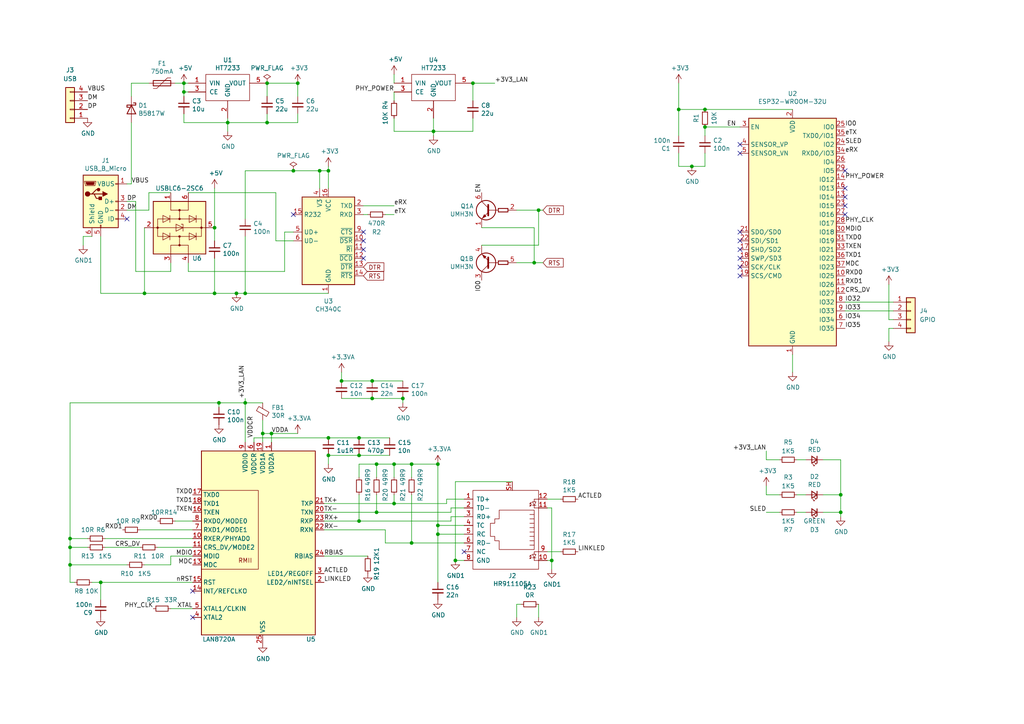
<source format=kicad_sch>
(kicad_sch (version 20211123) (generator eeschema)
  (paper "A4")
  (lib_symbols
    (symbol "Connector:USB_B_Micro" (pin_names (offset 1.016))
      (property "Reference" "J" (at -5.08 11.43 0))
      (property "Value" "USB_B_Micro" (at -5.08 8.89 0))
      (symbol "USB_B_Micro_1_1"
        (pin power_out line (at 7.62 5.08 180) (length 2.54) (name "VBUS") (number "1"))
        (pin bidirectional line (at 7.62 -2.54 180) (length 2.54) (name "D-") (number "2"))
        (pin bidirectional line (at 7.62 0 180) (length 2.54) (name "D+") (number "3"))
        (pin passive line (at 7.62 -5.08 180) (length 2.54) (name "ID") (number "4"))
        (pin power_out line (at 0 -10.16 90) (length 2.54) (name "GND") (number "5"))
        (pin passive line (at -2.54 -10.16 90) (length 2.54) (name "Shield") (number "6"))
      )
    )
    (symbol "Connector_Generic:Conn_01x04" (pin_names (offset 1.016) hide)
      (property "Reference" "J" (at 0 5.08 0))
      (property "Value" "Conn_01x04" (at 0 -7.62 0))
      (symbol "Conn_01x04_1_1"
        (pin passive line (at -5.08 2.54 0) (length 3.81) (name "Pin_1") (number "1"))
        (pin passive line (at -5.08 0 0) (length 3.81) (name "Pin_2") (number "2"))
        (pin passive line (at -5.08 -2.54 0) (length 3.81) (name "Pin_3") (number "3"))
        (pin passive line (at -5.08 -5.08 0) (length 3.81) (name "Pin_4") (number "4"))
      )
    )
    (symbol "Device:C_Small" (pin_numbers hide) (pin_names (offset 0.254) hide)
      (property "Reference" "C" (at 0.254 1.778 0))
      (property "Value" "C_Small" (at 0.254 -2.032 0))
      (symbol "C_Small_1_1"
        (pin passive line (at 0 2.54 270) (length 2.032) (name "~") (number "1"))
        (pin passive line (at 0 -2.54 90) (length 2.032) (name "~") (number "2"))
      )
    )
    (symbol "Device:D_Schottky" (pin_numbers hide) (pin_names (offset 1.016) hide)
      (property "Reference" "D" (at 0 2.54 0))
      (property "Value" "D_Schottky" (at 0 -2.54 0))
      (symbol "D_Schottky_1_1"
        (pin passive line (at -3.81 0 0) (length 2.54) (name "K") (number "1"))
        (pin passive line (at 3.81 0 180) (length 2.54) (name "A") (number "2"))
      )
    )
    (symbol "Device:Ferrite_Bead_Small" (pin_numbers hide) (pin_names (offset 0))
      (property "Reference" "FB" (at 1.905 1.27 0))
      (property "Value" "Ferrite_Bead_Small" (at 1.905 -1.27 0))
      (symbol "Ferrite_Bead_Small_1_1"
        (pin passive line (at 0 2.54 270) (length 1.27) (name "~") (number "1"))
        (pin passive line (at 0 -2.54 90) (length 1.27) (name "~") (number "2"))
      )
    )
    (symbol "Device:LED_Small" (pin_numbers hide) (pin_names (offset 0.254) hide)
      (property "Reference" "D" (at -1.27 3.175 0))
      (property "Value" "LED_Small" (at -4.445 -2.54 0))
      (symbol "LED_Small_1_1"
        (pin passive line (at -2.54 0 0) (length 1.778) (name "K") (number "1"))
        (pin passive line (at 2.54 0 180) (length 1.778) (name "A") (number "2"))
      )
    )
    (symbol "Device:Polyfuse" (pin_numbers hide) (pin_names (offset 0))
      (property "Reference" "F" (at -2.54 0 90))
      (property "Value" "Polyfuse" (at 2.54 0 90))
      (symbol "Polyfuse_1_1"
        (pin passive line (at 0 3.81 270) (length 1.27) (name "~") (number "1"))
        (pin passive line (at 0 -3.81 90) (length 1.27) (name "~") (number "2"))
      )
    )
    (symbol "Device:R_Small" (pin_numbers hide) (pin_names (offset 0.254) hide)
      (property "Reference" "R" (at 0.762 0.508 0))
      (property "Value" "R_Small" (at 0.762 -1.016 0))
      (symbol "R_Small_1_1"
        (pin passive line (at 0 2.54 270) (length 0.762) (name "~") (number "1"))
        (pin passive line (at 0 -2.54 90) (length 0.762) (name "~") (number "2"))
      )
    )
    (symbol "Hanrun:HR911105A" (pin_names (offset 1.016))
      (property "Reference" "J" (at -5.08 13.97 0))
      (property "Value" "HR911105A" (at 1.27 13.97 0))
      (symbol "HR911105A_1_1"
        (pin passive line (at 13.97 -7.62 180) (length 2.54) (name "TD+") (number "1"))
        (pin passive line (at -10.16 10.16 0) (length 2.54) (name "~") (number "10"))
        (pin passive line (at -10.16 -5.08 0) (length 2.54) (name "~") (number "11"))
        (pin passive line (at -10.16 -7.62 0) (length 2.54) (name "~") (number "12"))
        (pin passive line (at 13.97 -5.08 180) (length 2.54) (name "TD-") (number "2"))
        (pin passive line (at 13.97 -2.54 180) (length 2.54) (name "RD+") (number "3"))
        (pin passive line (at 13.97 0 180) (length 2.54) (name "TC") (number "4"))
        (pin passive line (at 13.97 2.54 180) (length 2.54) (name "RC") (number "5"))
        (pin passive line (at 13.97 5.08 180) (length 2.54) (name "RD-") (number "6"))
        (pin passive line (at 13.97 7.62 180) (length 2.54) (name "NC") (number "7"))
        (pin passive line (at 13.97 10.16 180) (length 2.54) (name "GND") (number "8"))
        (pin passive line (at -10.16 7.62 0) (length 2.54) (name "~") (number "9"))
        (pin passive line (at 0 -12.7 90) (length 2.54) (name "~") (number "SH"))
      )
    )
    (symbol "Holtek:HT7233" (pin_names (offset 1.016))
      (property "Reference" "U" (at 5.08 -5.08 0))
      (property "Value" "HT7233" (at 0 5.08 0))
      (symbol "HT7233_1_1"
        (pin power_in line (at -11.43 1.27 0) (length 5.08) (name "VIN") (number "1"))
        (pin power_out line (at 0 -8.89 90) (length 5.08) (name "GND") (number "2"))
        (pin input line (at -11.43 -1.27 0) (length 5.08) (name "CE") (number "3"))
        (pin power_out line (at 11.43 1.27 180) (length 5.08) (name "VOUT") (number "5"))
      )
    )
    (symbol "Interface_Ethernet:LAN8720A"
      (property "Reference" "U" (at -13.97 29.21 0))
      (property "Value" "LAN8720A" (at 15.24 29.21 0))
      (symbol "LAN8720A_0_0"
        (text "RMII" (at -5.08 -3.81 0) (effects (font (size 1.27 1.27))))
      )
      (symbol "LAN8720A_1_1"
        (pin power_in line (at 2.54 30.48 270) (length 2.54) (name "VDD2A") (number "1"))
        (pin output line (at -20.32 2.54 0) (length 2.54) (name "RXER/PHYAD0") (number "10"))
        (pin output line (at -20.32 0 0) (length 2.54) (name "CRS_DV/MODE2") (number "11"))
        (pin bidirectional line (at -20.32 -2.54 0) (length 2.54) (name "MDIO") (number "12"))
        (pin input line (at -20.32 -5.08 0) (length 2.54) (name "MDC") (number "13"))
        (pin output line (at -20.32 -12.7 0) (length 2.54) (name "INT/REFCLKO") (number "14"))
        (pin input line (at -20.32 -10.16 0) (length 2.54) (name "RST") (number "15"))
        (pin input line (at -20.32 10.16 0) (length 2.54) (name "TXEN") (number "16"))
        (pin input line (at -20.32 15.24 0) (length 2.54) (name "TXD0") (number "17"))
        (pin input line (at -20.32 12.7 0) (length 2.54) (name "TXD1") (number "18"))
        (pin power_in line (at 0 30.48 270) (length 2.54) (name "VDD1A") (number "19"))
        (pin bidirectional line (at 17.78 -10.16 180) (length 2.54) (name "LED2/nINTSEL") (number "2"))
        (pin output line (at 17.78 10.16 180) (length 2.54) (name "TXN") (number "20"))
        (pin output line (at 17.78 12.7 180) (length 2.54) (name "TXP") (number "21"))
        (pin output line (at 17.78 5.08 180) (length 2.54) (name "RXN") (number "22"))
        (pin output line (at 17.78 7.62 180) (length 2.54) (name "RXP") (number "23"))
        (pin input line (at 17.78 -2.54 180) (length 2.54) (name "RBIAS") (number "24"))
        (pin power_in line (at 0 -27.94 90) (length 2.54) (name "VSS") (number "25"))
        (pin bidirectional line (at 17.78 -7.62 180) (length 2.54) (name "LED1/REGOFF") (number "3"))
        (pin passive line (at -20.32 -20.32 0) (length 2.54) (name "XTAL2") (number "4"))
        (pin passive line (at -20.32 -17.78 0) (length 2.54) (name "XTAL1/CLKIN") (number "5"))
        (pin power_in line (at -2.54 30.48 270) (length 2.54) (name "VDDCR") (number "6"))
        (pin output line (at -20.32 5.08 0) (length 2.54) (name "RXD1/MODE1") (number "7"))
        (pin output line (at -20.32 7.62 0) (length 2.54) (name "RXD0/MODE0") (number "8"))
        (pin power_in line (at -5.08 30.48 270) (length 2.54) (name "VDDIO") (number "9"))
      )
    )
    (symbol "Interface_USB:CH340C"
      (property "Reference" "U" (at -5.08 13.97 0))
      (property "Value" "CH340C" (at 1.27 13.97 0))
      (symbol "CH340C_1_1"
        (pin power_in line (at 0 -15.24 90) (length 2.54) (name "GND") (number "1"))
        (pin input line (at 10.16 0 180) (length 2.54) (name "~{DSR}") (number "10"))
        (pin input line (at 10.16 -2.54 180) (length 2.54) (name "~{RI}") (number "11"))
        (pin input line (at 10.16 -5.08 180) (length 2.54) (name "~{DCD}") (number "12"))
        (pin output line (at 10.16 -7.62 180) (length 2.54) (name "~{DTR}") (number "13"))
        (pin output line (at 10.16 -10.16 180) (length 2.54) (name "~{RTS}") (number "14"))
        (pin input line (at -10.16 7.62 0) (length 2.54) (name "R232") (number "15"))
        (pin power_in line (at 0 15.24 270) (length 2.54) (name "VCC") (number "16"))
        (pin output line (at 10.16 10.16 180) (length 2.54) (name "TXD") (number "2"))
        (pin input line (at 10.16 7.62 180) (length 2.54) (name "RXD") (number "3"))
        (pin passive line (at -2.54 15.24 270) (length 2.54) (name "V3") (number "4"))
        (pin bidirectional line (at -10.16 2.54 0) (length 2.54) (name "UD+") (number "5"))
        (pin bidirectional line (at -10.16 0 0) (length 2.54) (name "UD-") (number "6"))
        (pin no_connect line (at -7.62 -7.62 0) (length 2.54) hide (name "NC") (number "7"))
        (pin no_connect line (at -7.62 -10.16 0) (length 2.54) hide (name "NC") (number "8"))
        (pin input line (at 10.16 2.54 180) (length 2.54) (name "~{CTS}") (number "9"))
      )
    )
    (symbol "Mega-BLDC-cache:+3.3V" (power) (pin_names (offset 0))
      (property "Value" "+3.3V" (at 0 3.556 0))
      (symbol "+3.3V_1_1"
        (pin power_in line (at 0 0 90) (length 0) hide (name "+3V3") (number "1"))
      )
    )
    (symbol "Power_Protection:USBLC6-2SC6" (pin_names hide)
      (property "Reference" "U" (at 2.54 8.89 0))
      (property "Value" "USBLC6-2SC6" (at 2.54 -8.89 0))
      (symbol "USBLC6-2SC6_1_1"
        (pin passive line (at -10.16 -2.54 0) (length 2.54) (name "I/O1") (number "1"))
        (pin passive line (at 0 -10.16 90) (length 2.54) (name "GND") (number "2"))
        (pin passive line (at 10.16 -2.54 180) (length 2.54) (name "I/O2") (number "3"))
        (pin passive line (at 10.16 2.54 180) (length 2.54) (name "I/O2") (number "4"))
        (pin passive line (at 0 10.16 270) (length 2.54) (name "VBUS") (number "5"))
        (pin passive line (at -10.16 2.54 0) (length 2.54) (name "I/O1") (number "6"))
      )
    )
    (symbol "RF_Module:ESP32-WROOM-32U"
      (property "Reference" "U" (at -12.7 34.29 0))
      (property "Value" "ESP32-WROOM-32U" (at 1.27 34.29 0))
      (symbol "ESP32-WROOM-32U_1_1"
        (pin power_in line (at 0 -35.56 90) (length 2.54) (name "GND") (number "1"))
        (pin bidirectional line (at 15.24 -12.7 180) (length 2.54) (name "IO25") (number "10"))
        (pin bidirectional line (at 15.24 -15.24 180) (length 2.54) (name "IO26") (number "11"))
        (pin bidirectional line (at 15.24 -17.78 180) (length 2.54) (name "IO27") (number "12"))
        (pin bidirectional line (at 15.24 10.16 180) (length 2.54) (name "IO14") (number "13"))
        (pin bidirectional line (at 15.24 15.24 180) (length 2.54) (name "IO12") (number "14"))
        (pin passive line (at 0 -35.56 90) (length 2.54) hide (name "GND") (number "15"))
        (pin bidirectional line (at 15.24 12.7 180) (length 2.54) (name "IO13") (number "16"))
        (pin bidirectional line (at -15.24 -5.08 0) (length 2.54) (name "SHD/SD2") (number "17"))
        (pin bidirectional line (at -15.24 -7.62 0) (length 2.54) (name "SWP/SD3") (number "18"))
        (pin bidirectional line (at -15.24 -12.7 0) (length 2.54) (name "SCS/CMD") (number "19"))
        (pin power_in line (at 0 35.56 270) (length 2.54) (name "VDD") (number "2"))
        (pin bidirectional line (at -15.24 -10.16 0) (length 2.54) (name "SCK/CLK") (number "20"))
        (pin bidirectional line (at -15.24 0 0) (length 2.54) (name "SDO/SD0") (number "21"))
        (pin bidirectional line (at -15.24 -2.54 0) (length 2.54) (name "SDI/SD1") (number "22"))
        (pin bidirectional line (at 15.24 7.62 180) (length 2.54) (name "IO15") (number "23"))
        (pin bidirectional line (at 15.24 25.4 180) (length 2.54) (name "IO2") (number "24"))
        (pin bidirectional line (at 15.24 30.48 180) (length 2.54) (name "IO0") (number "25"))
        (pin bidirectional line (at 15.24 20.32 180) (length 2.54) (name "IO4") (number "26"))
        (pin bidirectional line (at 15.24 5.08 180) (length 2.54) (name "IO16") (number "27"))
        (pin bidirectional line (at 15.24 2.54 180) (length 2.54) (name "IO17") (number "28"))
        (pin bidirectional line (at 15.24 17.78 180) (length 2.54) (name "IO5") (number "29"))
        (pin input line (at -15.24 30.48 0) (length 2.54) (name "EN") (number "3"))
        (pin bidirectional line (at 15.24 0 180) (length 2.54) (name "IO18") (number "30"))
        (pin bidirectional line (at 15.24 -2.54 180) (length 2.54) (name "IO19") (number "31"))
        (pin no_connect line (at -12.7 -27.94 0) (length 2.54) hide (name "NC") (number "32"))
        (pin bidirectional line (at 15.24 -5.08 180) (length 2.54) (name "IO21") (number "33"))
        (pin bidirectional line (at 15.24 22.86 180) (length 2.54) (name "RXD0/IO3") (number "34"))
        (pin bidirectional line (at 15.24 27.94 180) (length 2.54) (name "TXD0/IO1") (number "35"))
        (pin bidirectional line (at 15.24 -7.62 180) (length 2.54) (name "IO22") (number "36"))
        (pin bidirectional line (at 15.24 -10.16 180) (length 2.54) (name "IO23") (number "37"))
        (pin passive line (at 0 -35.56 90) (length 2.54) hide (name "GND") (number "38"))
        (pin passive line (at 0 -35.56 90) (length 2.54) hide (name "GND") (number "39"))
        (pin input line (at -15.24 25.4 0) (length 2.54) (name "SENSOR_VP") (number "4"))
        (pin input line (at -15.24 22.86 0) (length 2.54) (name "SENSOR_VN") (number "5"))
        (pin input line (at 15.24 -25.4 180) (length 2.54) (name "IO34") (number "6"))
        (pin input line (at 15.24 -27.94 180) (length 2.54) (name "IO35") (number "7"))
        (pin bidirectional line (at 15.24 -20.32 180) (length 2.54) (name "IO32") (number "8"))
        (pin bidirectional line (at 15.24 -22.86 180) (length 2.54) (name "IO33") (number "9"))
      )
    )
    (symbol "Transistor_BJT:UMH3N" (pin_names hide)
      (property "Reference" "Q" (at 7.62 1.27 0))
      (property "Value" "UMH3N" (at 7.62 -1.27 0))
      (symbol "UMH3N_1_1"
        (pin passive line (at 5.08 -5.08 90) (length 2.54) (name "E1") (number "1"))
        (pin input line (at -5.08 0 0) (length 2.54) (name "B1") (number "2"))
        (pin passive line (at 5.08 5.08 270) (length 2.54) (name "C1") (number "6"))
      )
      (symbol "UMH3N_2_1"
        (pin passive line (at 5.08 5.08 270) (length 2.54) (name "C2") (number "3"))
        (pin passive line (at 5.08 -5.08 90) (length 2.54) (name "E2") (number "4"))
        (pin input line (at -5.08 0 0) (length 2.54) (name "B2") (number "5"))
      )
    )
    (symbol "power:+3.3VA" (power) (pin_names (offset 0))
      (property "Value" "+3.3VA" (at 0 3.556 0))
      (symbol "+3.3VA_1_1"
        (pin power_in line (at 0 0 90) (length 0) hide (name "+3.3VA") (number "1"))
      )
    )
    (symbol "power:+5V" (power) (pin_names (offset 0))
      (property "Value" "+5V" (at 0 3.556 0))
      (symbol "+5V_1_1"
        (pin power_in line (at 0 0 90) (length 0) hide (name "+5V") (number "1"))
      )
    )
    (symbol "power:GND" (power) (pin_names (offset 0))
      (property "Value" "GND" (at 0 -3.81 0))
      (symbol "GND_1_1"
        (pin power_in line (at 0 0 270) (length 0) hide (name "GND") (number "1"))
      )
    )
    (symbol "power:GND1" (power) (pin_names (offset 0))
      (property "Value" "GND1" (at 0 -3.81 0))
      (symbol "GND1_1_1"
        (pin power_in line (at 0 0 270) (length 0) hide (name "GND1") (number "1"))
      )
    )
    (symbol "power:PWR_FLAG" (power) (pin_numbers hide) (pin_names (offset 0) hide)
      (property "Value" "PWR_FLAG" (at 0 3.81 0))
      (symbol "PWR_FLAG_0_0"
        (pin power_out line (at 0 0 90) (length 0) (name "pwr") (number "1"))
      )
    )
  )
  (junction (at 20.32 158.75))
  (junction (at 243.84 143.51))
  (junction (at 204.47 31.75))
  (junction (at 116.84 115.57))
  (junction (at 77.47 35.56))
  (junction (at 125.73 38.1))
  (junction (at 95.25 132.08))
  (junction (at 104.14 127))
  (junction (at 62.23 66.04))
  (junction (at 154.94 76.2))
  (junction (at 200.66 48.26))
  (junction (at 71.12 116.84))
  (junction (at 66.04 35.56))
  (junction (at 119.38 157.48))
  (junction (at 77.47 24.13))
  (junction (at 114.3 134.62))
  (junction (at 20.32 156.21))
  (junction (at 78.74 125.73))
  (junction (at 107.95 115.57))
  (junction (at 41.91 85.09))
  (junction (at 29.21 168.91))
  (junction (at 114.3 146.05))
  (junction (at 127 152.4))
  (junction (at 109.22 134.62))
  (junction (at 76.2 125.73))
  (junction (at 53.34 26.67))
  (junction (at 132.08 162.56))
  (junction (at 53.34 24.13))
  (junction (at 71.12 85.09))
  (junction (at 107.95 110.49))
  (junction (at 196.85 31.75))
  (junction (at 95.25 49.53))
  (junction (at 63.5 116.84))
  (junction (at 95.25 127))
  (junction (at 204.47 36.83))
  (junction (at 62.23 85.09))
  (junction (at 99.06 110.49))
  (junction (at 137.16 24.13))
  (junction (at 160.02 162.56))
  (junction (at 119.38 134.62))
  (junction (at 86.36 24.13))
  (junction (at 127 154.94))
  (junction (at 92.71 49.53))
  (junction (at 68.58 85.09))
  (junction (at 109.22 148.59))
  (junction (at 127 134.62))
  (junction (at 85.09 49.53))
  (junction (at 104.14 151.13))
  (junction (at 104.14 132.08))
  (junction (at 20.32 163.83))
  (junction (at 156.21 60.96))
  (junction (at 243.84 148.59))
  (no_connect (at 134.62 160.02))
  (no_connect (at 245.11 49.53))
  (no_connect (at 214.63 69.85))
  (no_connect (at 214.63 72.39))
  (no_connect (at 245.11 59.69))
  (no_connect (at 105.41 67.31))
  (no_connect (at 214.63 67.31))
  (no_connect (at 214.63 77.47))
  (no_connect (at 105.41 72.39))
  (no_connect (at 245.11 54.61))
  (no_connect (at 85.09 62.23))
  (no_connect (at 55.88 179.07))
  (no_connect (at 214.63 41.91))
  (no_connect (at 105.41 69.85))
  (no_connect (at 245.11 57.15))
  (no_connect (at 214.63 80.01))
  (no_connect (at 55.88 171.45))
  (no_connect (at 245.11 62.23))
  (no_connect (at 36.83 63.5))
  (no_connect (at 214.63 44.45))
  (no_connect (at 105.41 74.93))
  (no_connect (at 214.63 74.93))
  (wire (pts (xy 109.22 148.59) (xy 130.81 148.59)))
  (wire (pts (xy 49.53 176.53) (xy 55.88 176.53)))
  (wire (pts (xy 151.13 175.26) (xy 149.86 175.26)))
  (wire (pts (xy 132.08 139.7) (xy 148.59 139.7)))
  (wire (pts (xy 29.21 168.91) (xy 55.88 168.91)))
  (wire (pts (xy 43.18 55.88) (xy 49.53 55.88)))
  (wire (pts (xy 196.85 31.75) (xy 204.47 31.75)))
  (wire (pts (xy 127 152.4) (xy 127 154.94)))
  (wire (pts (xy 132.08 139.7) (xy 132.08 162.56)))
  (wire (pts (xy 113.03 132.08) (xy 104.14 132.08)))
  (wire (pts (xy 40.64 153.67) (xy 55.88 153.67)))
  (wire (pts (xy 104.14 134.62) (xy 104.14 138.43)))
  (wire (pts (xy 86.36 24.13) (xy 86.36 27.94)))
  (wire (pts (xy 39.37 78.74) (xy 49.53 78.74)))
  (wire (pts (xy 50.8 151.13) (xy 55.88 151.13)))
  (wire (pts (xy 139.7 66.04) (xy 154.94 66.04)))
  (wire (pts (xy 20.32 163.83) (xy 20.32 158.75)))
  (wire (pts (xy 158.75 160.02) (xy 162.56 160.02)))
  (wire (pts (xy 71.12 115.57) (xy 71.12 116.84)))
  (wire (pts (xy 62.23 54.61) (xy 62.23 66.04)))
  (wire (pts (xy 85.09 49.53) (xy 92.71 49.53)))
  (wire (pts (xy 114.3 143.51) (xy 114.3 146.05)))
  (wire (pts (xy 130.81 149.86) (xy 134.62 149.86)))
  (wire (pts (xy 154.94 66.04) (xy 154.94 76.2)))
  (wire (pts (xy 53.34 26.67) (xy 53.34 27.94)))
  (wire (pts (xy 80.01 55.88) (xy 80.01 69.85)))
  (wire (pts (xy 41.91 66.04) (xy 41.91 85.09)))
  (wire (pts (xy 109.22 134.62) (xy 104.14 134.62)))
  (wire (pts (xy 95.25 49.53) (xy 95.25 54.61)))
  (wire (pts (xy 25.4 156.21) (xy 20.32 156.21)))
  (wire (pts (xy 125.73 38.1) (xy 125.73 34.29)))
  (wire (pts (xy 132.08 162.56) (xy 134.62 162.56)))
  (wire (pts (xy 245.11 87.63) (xy 259.08 87.63)))
  (wire (pts (xy 114.3 138.43) (xy 114.3 134.62)))
  (wire (pts (xy 129.54 146.05) (xy 129.54 144.78)))
  (wire (pts (xy 114.3 62.23) (xy 111.76 62.23)))
  (wire (pts (xy 92.71 49.53) (xy 95.25 49.53)))
  (wire (pts (xy 86.36 125.73) (xy 78.74 125.73)))
  (wire (pts (xy 71.12 116.84) (xy 76.2 116.84)))
  (wire (pts (xy 20.32 168.91) (xy 20.32 163.83)))
  (wire (pts (xy 76.2 125.73) (xy 78.74 125.73)))
  (wire (pts (xy 49.53 161.29) (xy 55.88 161.29)))
  (wire (pts (xy 95.25 48.26) (xy 95.25 49.53)))
  (wire (pts (xy 127 134.62) (xy 127 152.4)))
  (wire (pts (xy 257.81 92.71) (xy 259.08 92.71)))
  (wire (pts (xy 204.47 39.37) (xy 204.47 36.83)))
  (wire (pts (xy 36.83 58.42) (xy 39.37 58.42)))
  (wire (pts (xy 62.23 74.93) (xy 62.23 85.09)))
  (wire (pts (xy 77.47 33.02) (xy 77.47 35.56)))
  (wire (pts (xy 99.06 110.49) (xy 107.95 110.49)))
  (wire (pts (xy 137.16 24.13) (xy 143.51 24.13)))
  (wire (pts (xy 39.37 58.42) (xy 39.37 78.74)))
  (wire (pts (xy 54.61 78.74) (xy 82.55 78.74)))
  (wire (pts (xy 38.1 35.56) (xy 38.1 53.34)))
  (wire (pts (xy 45.72 158.75) (xy 55.88 158.75)))
  (wire (pts (xy 104.14 151.13) (xy 130.81 151.13)))
  (wire (pts (xy 119.38 143.51) (xy 119.38 157.48)))
  (wire (pts (xy 86.36 33.02) (xy 86.36 35.56)))
  (wire (pts (xy 63.5 118.11) (xy 63.5 116.84)))
  (wire (pts (xy 196.85 31.75) (xy 196.85 24.13)))
  (wire (pts (xy 125.73 39.37) (xy 125.73 38.1)))
  (wire (pts (xy 77.47 35.56) (xy 66.04 35.56)))
  (wire (pts (xy 238.76 148.59) (xy 243.84 148.59)))
  (wire (pts (xy 130.81 148.59) (xy 130.81 147.32)))
  (wire (pts (xy 156.21 175.26) (xy 156.21 179.07)))
  (wire (pts (xy 66.04 38.1) (xy 66.04 35.56)))
  (wire (pts (xy 63.5 116.84) (xy 71.12 116.84)))
  (wire (pts (xy 243.84 143.51) (xy 243.84 148.59)))
  (wire (pts (xy 29.21 68.58) (xy 29.21 85.09)))
  (wire (pts (xy 196.85 48.26) (xy 200.66 48.26)))
  (wire (pts (xy 158.75 162.56) (xy 160.02 162.56)))
  (wire (pts (xy 62.23 66.04) (xy 62.23 69.85)))
  (wire (pts (xy 104.14 127) (xy 113.03 127)))
  (wire (pts (xy 76.2 125.73) (xy 76.2 128.27)))
  (wire (pts (xy 127 134.62) (xy 119.38 134.62)))
  (wire (pts (xy 77.47 24.13) (xy 77.47 27.94)))
  (wire (pts (xy 156.21 60.96) (xy 156.21 71.12)))
  (wire (pts (xy 137.16 38.1) (xy 137.16 34.29)))
  (wire (pts (xy 119.38 134.62) (xy 114.3 134.62)))
  (wire (pts (xy 130.81 147.32) (xy 134.62 147.32)))
  (wire (pts (xy 77.47 24.13) (xy 86.36 24.13)))
  (wire (pts (xy 104.14 143.51) (xy 104.14 151.13)))
  (wire (pts (xy 243.84 133.35) (xy 243.84 143.51)))
  (wire (pts (xy 71.12 68.58) (xy 71.12 85.09)))
  (wire (pts (xy 222.25 140.97) (xy 222.25 143.51)))
  (wire (pts (xy 238.76 133.35) (xy 243.84 133.35)))
  (wire (pts (xy 93.98 161.29) (xy 106.68 161.29)))
  (wire (pts (xy 20.32 116.84) (xy 63.5 116.84)))
  (wire (pts (xy 204.47 31.75) (xy 229.87 31.75)))
  (wire (pts (xy 160.02 147.32) (xy 158.75 147.32)))
  (wire (pts (xy 114.3 134.62) (xy 109.22 134.62)))
  (wire (pts (xy 104.14 151.13) (xy 93.98 151.13)))
  (wire (pts (xy 49.53 163.83) (xy 49.53 161.29)))
  (wire (pts (xy 36.83 53.34) (xy 38.1 53.34)))
  (wire (pts (xy 54.61 55.88) (xy 80.01 55.88)))
  (wire (pts (xy 20.32 168.91) (xy 21.59 168.91)))
  (wire (pts (xy 85.09 67.31) (xy 82.55 67.31)))
  (wire (pts (xy 29.21 168.91) (xy 29.21 173.99)))
  (wire (pts (xy 104.14 132.08) (xy 95.25 132.08)))
  (wire (pts (xy 160.02 162.56) (xy 160.02 147.32)))
  (wire (pts (xy 25.4 158.75) (xy 20.32 158.75)))
  (wire (pts (xy 134.62 152.4) (xy 127 152.4)))
  (wire (pts (xy 105.41 59.69) (xy 114.3 59.69)))
  (wire (pts (xy 76.2 121.92) (xy 76.2 125.73)))
  (wire (pts (xy 38.1 24.13) (xy 43.18 24.13)))
  (wire (pts (xy 116.84 115.57) (xy 107.95 115.57)))
  (wire (pts (xy 134.62 157.48) (xy 119.38 157.48)))
  (wire (pts (xy 114.3 21.59) (xy 114.3 24.13)))
  (wire (pts (xy 80.01 69.85) (xy 85.09 69.85)))
  (wire (pts (xy 111.76 153.67) (xy 93.98 153.67)))
  (wire (pts (xy 53.34 33.02) (xy 53.34 35.56)))
  (wire (pts (xy 134.62 154.94) (xy 127 154.94)))
  (wire (pts (xy 66.04 34.29) (xy 66.04 35.56)))
  (wire (pts (xy 73.66 127) (xy 95.25 127)))
  (wire (pts (xy 71.12 85.09) (xy 95.25 85.09)))
  (wire (pts (xy 231.14 148.59) (xy 233.68 148.59)))
  (wire (pts (xy 156.21 71.12) (xy 139.7 71.12)))
  (wire (pts (xy 109.22 138.43) (xy 109.22 134.62)))
  (wire (pts (xy 149.86 60.96) (xy 156.21 60.96)))
  (wire (pts (xy 137.16 29.21) (xy 137.16 24.13)))
  (wire (pts (xy 116.84 116.84) (xy 116.84 115.57)))
  (wire (pts (xy 20.32 158.75) (xy 20.32 156.21)))
  (wire (pts (xy 38.1 27.94) (xy 38.1 24.13)))
  (wire (pts (xy 196.85 44.45) (xy 196.85 48.26)))
  (wire (pts (xy 43.18 60.96) (xy 43.18 55.88)))
  (wire (pts (xy 149.86 175.26) (xy 149.86 179.07)))
  (wire (pts (xy 238.76 143.51) (xy 243.84 143.51)))
  (wire (pts (xy 20.32 156.21) (xy 20.32 116.84)))
  (wire (pts (xy 257.81 99.06) (xy 257.81 95.25)))
  (wire (pts (xy 107.95 115.57) (xy 99.06 115.57)))
  (wire (pts (xy 93.98 146.05) (xy 114.3 146.05)))
  (wire (pts (xy 160.02 165.1) (xy 160.02 162.56)))
  (wire (pts (xy 156.21 60.96) (xy 157.48 60.96)))
  (wire (pts (xy 41.91 163.83) (xy 49.53 163.83)))
  (wire (pts (xy 78.74 125.73) (xy 78.74 128.27)))
  (wire (pts (xy 149.86 76.2) (xy 154.94 76.2)))
  (wire (pts (xy 54.61 24.13) (xy 53.34 24.13)))
  (wire (pts (xy 196.85 31.75) (xy 196.85 39.37)))
  (wire (pts (xy 243.84 148.59) (xy 243.84 149.86)))
  (wire (pts (xy 49.53 78.74) (xy 49.53 76.2)))
  (wire (pts (xy 92.71 49.53) (xy 92.71 54.61)))
  (wire (pts (xy 119.38 138.43) (xy 119.38 134.62)))
  (wire (pts (xy 41.91 85.09) (xy 29.21 85.09)))
  (wire (pts (xy 130.81 151.13) (xy 130.81 149.86)))
  (wire (pts (xy 231.14 133.35) (xy 233.68 133.35)))
  (wire (pts (xy 107.95 110.49) (xy 116.84 110.49)))
  (wire (pts (xy 245.11 90.17) (xy 259.08 90.17)))
  (wire (pts (xy 114.3 38.1) (xy 125.73 38.1)))
  (wire (pts (xy 99.06 107.95) (xy 99.06 110.49)))
  (wire (pts (xy 158.75 144.78) (xy 162.56 144.78)))
  (wire (pts (xy 95.25 134.62) (xy 95.25 132.08)))
  (wire (pts (xy 30.48 156.21) (xy 55.88 156.21)))
  (wire (pts (xy 50.8 24.13) (xy 53.34 24.13)))
  (wire (pts (xy 114.3 29.21) (xy 114.3 26.67)))
  (wire (pts (xy 157.48 76.2) (xy 154.94 76.2)))
  (wire (pts (xy 222.25 130.81) (xy 222.25 133.35)))
  (wire (pts (xy 71.12 49.53) (xy 85.09 49.53)))
  (wire (pts (xy 119.38 157.48) (xy 111.76 157.48)))
  (wire (pts (xy 68.58 85.09) (xy 71.12 85.09)))
  (wire (pts (xy 36.83 60.96) (xy 43.18 60.96)))
  (wire (pts (xy 73.66 127) (xy 73.66 128.27)))
  (wire (pts (xy 114.3 146.05) (xy 129.54 146.05)))
  (wire (pts (xy 125.73 38.1) (xy 137.16 38.1)))
  (wire (pts (xy 114.3 34.29) (xy 114.3 38.1)))
  (wire (pts (xy 62.23 85.09) (xy 41.91 85.09)))
  (wire (pts (xy 53.34 24.13) (xy 53.34 26.67)))
  (wire (pts (xy 127 154.94) (xy 127 168.91)))
  (wire (pts (xy 104.14 127) (xy 95.25 127)))
  (wire (pts (xy 71.12 116.84) (xy 71.12 128.27)))
  (wire (pts (xy 257.81 95.25) (xy 259.08 95.25)))
  (wire (pts (xy 257.81 82.55) (xy 257.81 92.71)))
  (wire (pts (xy 222.25 133.35) (xy 226.06 133.35)))
  (wire (pts (xy 71.12 63.5) (xy 71.12 49.53)))
  (wire (pts (xy 54.61 76.2) (xy 54.61 78.74)))
  (wire (pts (xy 54.61 26.67) (xy 53.34 26.67)))
  (wire (pts (xy 204.47 48.26) (xy 200.66 48.26)))
  (wire (pts (xy 24.13 71.12) (xy 24.13 68.58)))
  (wire (pts (xy 86.36 35.56) (xy 77.47 35.56)))
  (wire (pts (xy 222.25 143.51) (xy 226.06 143.51)))
  (wire (pts (xy 36.83 163.83) (xy 20.32 163.83)))
  (wire (pts (xy 68.58 85.09) (xy 62.23 85.09)))
  (wire (pts (xy 129.54 144.78) (xy 134.62 144.78)))
  (wire (pts (xy 231.14 143.51) (xy 233.68 143.51)))
  (wire (pts (xy 222.25 148.59) (xy 226.06 148.59)))
  (wire (pts (xy 109.22 143.51) (xy 109.22 148.59)))
  (wire (pts (xy 204.47 44.45) (xy 204.47 48.26)))
  (wire (pts (xy 24.13 68.58) (xy 26.67 68.58)))
  (wire (pts (xy 106.68 62.23) (xy 105.41 62.23)))
  (wire (pts (xy 30.48 158.75) (xy 40.64 158.75)))
  (wire (pts (xy 82.55 67.31) (xy 82.55 78.74)))
  (wire (pts (xy 109.22 148.59) (xy 93.98 148.59)))
  (wire (pts (xy 229.87 102.87) (xy 229.87 107.95)))
  (wire (pts (xy 53.34 35.56) (xy 66.04 35.56)))
  (wire (pts (xy 204.47 36.83) (xy 214.63 36.83)))
  (wire (pts (xy 26.67 168.91) (xy 29.21 168.91)))
  (wire (pts (xy 111.76 157.48) (xy 111.76 153.67)))
  (label "RXD1" (at 245.11 82.55 0))
  (label "CRS_DV" (at 245.11 85.09 0))
  (label "PHY_POWER" (at 245.11 52.07 0))
  (label "MDC" (at 245.11 77.47 0))
  (label "RX-" (at 93.98 153.67 0))
  (label "DM" (at 25.4 29.21 0))
  (label "TXD0" (at 55.88 143.51 180))
  (label "VDDCR" (at 73.66 127 90))
  (label "IO34" (at 245.11 92.71 0))
  (label "IO35" (at 245.11 95.25 0))
  (label "TX+" (at 93.98 146.05 0))
  (label "PHY_CLK" (at 44.45 176.53 180))
  (label "VBUS" (at 25.4 26.67 0))
  (label "nRST" (at 55.88 168.91 180))
  (label "PHY_CLK" (at 245.11 64.77 0))
  (label "TX-" (at 93.98 148.59 0))
  (label "eRX" (at 245.11 44.45 0))
  (label "VBUS" (at 38.1 53.34 0))
  (label "MDIO" (at 55.88 161.29 180))
  (label "IO33" (at 245.11 90.17 0))
  (label "MDC" (at 55.88 163.83 180))
  (label "RXD1" (at 35.56 153.67 180))
  (label "VDDA" (at 78.74 125.73 0))
  (label "+3V3_LAN" (at 71.12 115.57 90))
  (label "LINKLED" (at 93.98 168.91 0))
  (label "ACTLED" (at 167.64 144.78 0))
  (label "eTX" (at 114.3 62.23 0))
  (label "TXD1" (at 55.88 146.05 180))
  (label "SLED" (at 222.25 148.59 180))
  (label "EN" (at 210.82 36.83 0))
  (label "eRX" (at 114.3 59.69 0))
  (label "IO0" (at 139.7 81.28 270))
  (label "XTAL" (at 55.88 176.53 180))
  (label "IO0" (at 245.11 36.83 0))
  (label "TXD1" (at 245.11 74.93 0))
  (label "LINKLED" (at 167.64 160.02 0))
  (label "RX+" (at 93.98 151.13 0))
  (label "RBIAS" (at 93.98 161.29 0))
  (label "EN" (at 139.7 55.88 90))
  (label "eTX" (at 245.11 39.37 0))
  (label "RXD0" (at 45.72 151.13 180))
  (label "PHY_POWER" (at 114.3 26.67 180))
  (label "IO32" (at 245.11 87.63 0))
  (label "MDIO" (at 245.11 67.31 0))
  (label "+3V3_LAN" (at 143.51 24.13 0))
  (label "DP" (at 36.83 58.42 0))
  (label "RXD0" (at 245.11 80.01 0))
  (label "TXD0" (at 245.11 69.85 0))
  (label "CRS_DV" (at 40.64 158.75 180))
  (label "TXEN" (at 245.11 72.39 0))
  (label "ACTLED" (at 93.98 166.37 0))
  (label "DP" (at 25.4 31.75 0))
  (label "TXEN" (at 55.88 148.59 180))
  (label "+3V3_LAN" (at 222.25 130.81 180))
  (label "SLED" (at 245.11 41.91 0))
  (label "DM" (at 36.83 60.96 0))
  (global_label "DTR" (shape input) (at 157.48 60.96 0) (property "Intersheet References" "${INTERSHEET_REFS}" (effects hide)))
  (global_label "DTR" (shape input) (at 105.41 77.47 0) (property "Intersheet References" "${INTERSHEET_REFS}" (effects hide)))
  (global_label "RTS" (shape input) (at 157.48 76.2 0) (property "Intersheet References" "${INTERSHEET_REFS}" (effects hide)))
  (global_label "RTS" (shape input) (at 105.41 80.01 0) (property "Intersheet References" "${INTERSHEET_REFS}" (effects hide)))
  (symbol (lib_id "Device:R_Small") (at 204.47 34.29 180) (unit 1)
    (property "Reference" "R1" (at 201.93 34.29 90))
    (property "Value" "10K" (at 207.137 34.29 90))
    (property "Footprint" "Resistor_SMD:R_0603_1608Metric" (effects hide))
  )
  (symbol (lib_id "power:GND") (at 229.87 107.95 0) (unit 1)
    (property "Reference" "#PWR05" (effects hide))
    (property "Value" "GND" (at 229.997 112.3442 0))
  )
  (symbol (lib_id "Device:C_Small") (at 204.47 41.91 0) (unit 1)
    (property "Reference" "C2" (at 206.8068 40.7416 0) (effects (justify left)))
    (property "Value" "100n" (at 206.8068 43.053 0) (effects (justify left)))
    (property "Footprint" "Capacitor_SMD:C_0603_1608Metric" (effects hide))
  )
  (symbol (lib_id "power:GND") (at 66.04 38.1 0) (unit 1)
    (property "Reference" "#PWR04" (effects hide))
    (property "Value" "GND" (at 66.167 42.4942 0))
  )
  (symbol (lib_id "Device:C_Small") (at 53.34 30.48 0) (unit 1)
    (property "Reference" "C3" (at 55.6768 29.3116 0) (effects (justify left)))
    (property "Value" "10u" (at 55.6768 31.623 0) (effects (justify left)))
    (property "Footprint" "Capacitor_SMD:C_0805_2012Metric" (effects hide))
  )
  (symbol (lib_id "Device:C_Small") (at 77.47 30.48 0) (unit 1)
    (property "Reference" "C5" (at 79.8068 29.3116 0) (effects (justify left)))
    (property "Value" "22u" (at 79.8068 31.623 0) (effects (justify left)))
    (property "Footprint" "Capacitor_SMD:C_0805_2012Metric" (effects hide))
  )
  (symbol (lib_id "power:GND") (at 68.58 85.09 0) (unit 1)
    (property "Reference" "#PWR03" (effects hide))
    (property "Value" "GND" (at 68.707 89.4842 0))
  )
  (symbol (lib_id "Device:C_Small") (at 71.12 66.04 0) (unit 1)
    (property "Reference" "C4" (at 73.4568 64.8716 0) (effects (justify left)))
    (property "Value" "100n" (at 73.4568 67.183 0) (effects (justify left)))
    (property "Footprint" "Capacitor_SMD:C_0603_1608Metric" (effects hide))
  )
  (symbol (lib_id "Device:D_Schottky") (at 38.1 31.75 270) (unit 1)
    (property "Reference" "D1" (at 40.1066 30.5816 90) (effects (justify left)))
    (property "Value" "B5817W" (at 40.1066 32.893 90) (effects (justify left)))
    (property "Footprint" "Diode_SMD:D_SOD-323_HandSoldering" (effects hide))
  )
  (symbol (lib_id "Device:R_Small") (at 109.22 62.23 270) (unit 1)
    (property "Reference" "R2" (at 109.22 67.31 90))
    (property "Value" "470R" (at 109.22 64.77 90))
    (property "Footprint" "Resistor_SMD:R_0603_1608Metric" (effects hide))
  )
  (symbol (lib_id "Device:Polyfuse") (at 46.99 24.13 270) (unit 1)
    (property "Reference" "F1" (at 46.99 18.415 90))
    (property "Value" "750mA" (at 46.99 20.7264 90))
    (property "Footprint" "Fuse:Fuse_0805_2012Metric_Pad1.15x1.40mm_HandSolder" (effects hide))
  )
  (symbol (lib_id "Device:R_Small") (at 228.6 148.59 270) (unit 1)
    (property "Reference" "R7" (at 228.6 153.67 90))
    (property "Value" "1K5" (at 228.6 151.13 90))
    (property "Footprint" "Resistor_SMD:R_0603_1608Metric" (effects hide))
  )
  (symbol (lib_id "power:GND") (at 243.84 149.86 0) (unit 1)
    (property "Reference" "#PWR010" (effects hide))
    (property "Value" "GND" (at 243.967 154.2542 0))
  )
  (symbol (lib_id "Mega-BLDC-cache:+3.3V") (at 222.25 140.97 0) (unit 1)
    (property "Reference" "#PWR07" (effects hide))
    (property "Value" "+3.3V" (at 222.631 136.5758 0))
  )
  (symbol (lib_id "Device:LED_Small") (at 236.22 143.51 180) (unit 1)
    (property "Reference" "D2" (at 236.22 138.2522 0))
    (property "Value" "RED" (at 236.22 140.5636 0))
    (property "Footprint" "LED_SMD:LED_0603_1608Metric_Castellated" (effects hide))
  )
  (symbol (lib_id "Device:LED_Small") (at 236.22 148.59 180) (unit 1)
    (property "Reference" "D3" (at 236.22 153.67 0))
    (property "Value" "GREEN" (at 236.22 151.13 0))
    (property "Footprint" "LED_SMD:LED_0603_1608Metric_Castellated" (effects hide))
  )
  (symbol (lib_id "Transistor_BJT:UMH3N") (at 144.78 60.96 0) (mirror y) (unit 1)
    (property "Reference" "Q1" (at 137.3886 59.7916 0) (effects (justify left)))
    (property "Value" "UMH3N" (at 137.3886 62.103 0) (effects (justify left)))
    (property "Footprint" "Package_TO_SOT_SMD:SOT-363_SC-70-6_Handsoldering" (effects hide))
    (property "Datasheet" "http://rohmfs.rohm.com/en/products/databook/datasheet/discrete/transistor/digital/emh3t2r-e.pdf" (effects hide))
  )
  (symbol (lib_id "Transistor_BJT:UMH3N") (at 144.78 76.2 180) (unit 2)
    (property "Reference" "Q1" (at 137.3886 75.0316 0) (effects (justify left)))
    (property "Value" "UMH3N" (at 137.3886 77.343 0) (effects (justify left)))
    (property "Footprint" "Package_TO_SOT_SMD:SOT-363_SC-70-6_Handsoldering" (effects hide))
    (property "Datasheet" "http://rohmfs.rohm.com/en/products/databook/datasheet/discrete/transistor/digital/emh3t2r-e.pdf" (effects hide))
  )
  (symbol (lib_id "Device:R_Small") (at 165.1 160.02 270) (unit 1)
    (property "Reference" "R17" (at 165.1 155.0416 90))
    (property "Value" "1K5" (at 165.1 157.353 90))
    (property "Footprint" "Resistor_SMD:R_0603_1608Metric" (effects hide))
  )
  (symbol (lib_id "Device:R_Small") (at 165.1 144.78 270) (unit 1)
    (property "Reference" "R18" (at 165.1 139.8016 90))
    (property "Value" "1K5" (at 165.1 142.113 90))
    (property "Footprint" "Resistor_SMD:R_0603_1608Metric" (effects hide))
  )
  (symbol (lib_id "Interface_USB:CH340C") (at 95.25 69.85 0) (unit 1)
    (property "Reference" "U3" (at 95.25 87.3506 0))
    (property "Value" "CH340C" (at 95.25 89.662 0))
    (property "Footprint" "Package_SO:SOIC-16_3.9x9.9mm_P1.27mm" (effects hide))
    (property "Datasheet" "https://datasheet.lcsc.com/szlcsc/Jiangsu-Qin-Heng-CH340C_C84681.pdf" (effects hide))
  )
  (symbol (lib_id "Mega-BLDC-cache:+3.3V") (at 86.36 24.13 0) (unit 1)
    (property "Reference" "#PWR06" (effects hide))
    (property "Value" "+3.3V" (at 86.741 19.7358 0))
  )
  (symbol (lib_id "Mega-BLDC-cache:+3.3V") (at 196.85 24.13 0) (unit 1)
    (property "Reference" "#PWR01" (effects hide))
    (property "Value" "+3.3V" (at 197.231 19.7358 0))
  )
  (symbol (lib_id "power:+5V") (at 53.34 24.13 0) (unit 1)
    (property "Reference" "#PWR02" (effects hide))
    (property "Value" "+5V" (at 53.721 19.7358 0))
  )
  (symbol (lib_id "RF_Module:ESP32-WROOM-32U") (at 229.87 67.31 0) (unit 1)
    (property "Reference" "U2" (at 229.87 27.1526 0))
    (property "Value" "ESP32-WROOM-32U" (at 229.87 29.464 0))
    (property "Footprint" "CPB:ESP32-WROOM-32U-HandSoldering" (effects hide))
    (property "Datasheet" "https://www.espressif.com/sites/default/files/documentation/esp32-wroom-32d_esp32-wroom-32u_datasheet_en.pdf" (effects hide))
  )
  (symbol (lib_id "Device:C_Small") (at 196.85 41.91 180) (unit 1)
    (property "Reference" "C1" (at 194.5132 43.0784 0) (effects (justify left)))
    (property "Value" "100n" (at 194.5132 40.767 0) (effects (justify left)))
    (property "Footprint" "Capacitor_SMD:C_0603_1608Metric" (effects hide))
  )
  (symbol (lib_id "Device:R_Small") (at 228.6 143.51 270) (unit 1)
    (property "Reference" "R3" (at 228.6 138.43 90))
    (property "Value" "1K5" (at 228.6 140.97 90))
    (property "Footprint" "Resistor_SMD:R_0603_1608Metric" (effects hide))
  )
  (symbol (lib_id "Device:C_Small") (at 86.36 30.48 0) (unit 1)
    (property "Reference" "C6" (at 88.6968 29.3116 0) (effects (justify left)))
    (property "Value" "22u" (at 88.6968 31.623 0) (effects (justify left)))
    (property "Footprint" "Capacitor_SMD:C_0805_2012Metric" (effects hide))
  )
  (symbol (lib_id "power:PWR_FLAG") (at 85.09 49.53 0) (unit 1)
    (property "Reference" "#FLG0102" (effects hide))
    (property "Value" "PWR_FLAG" (at 85.09 45.1358 0))
  )
  (symbol (lib_id "Power_Protection:USBLC6-2SC6") (at 52.07 66.04 270) (unit 1)
    (property "Reference" "U6" (at 57.15 74.93 90))
    (property "Value" "USBLC6-2SC6" (at 52.07 54.61 90))
    (property "Footprint" "Package_TO_SOT_SMD:SOT-23-6_Handsoldering" (effects hide))
    (property "Datasheet" "https://www.st.com/resource/en/datasheet/usblc6-2.pdf" (effects hide))
  )
  (symbol (lib_id "Connector:USB_B_Micro") (at 29.21 58.42 0) (unit 1)
    (property "Reference" "J1" (at 30.6578 46.5582 0))
    (property "Value" "USB_B_Micro" (at 30.6578 48.8696 0))
    (property "Footprint" "CPB:USB_Micro-B_CNC_C10418" (effects hide))
  )
  (symbol (lib_id "Device:C_Small") (at 62.23 72.39 0) (unit 1)
    (property "Reference" "C7" (at 64.5668 71.2216 0) (effects (justify left)))
    (property "Value" "100n" (at 64.5668 73.533 0) (effects (justify left)))
    (property "Footprint" "Capacitor_SMD:C_0603_1608Metric" (effects hide))
  )
  (symbol (lib_id "Interface_Ethernet:LAN8720A") (at 76.2 158.75 0) (unit 1)
    (property "Reference" "U5" (at 90.17 185.42 0))
    (property "Value" "LAN8720A" (at 63.5 185.42 0))
    (property "Footprint" "Package_DFN_QFN:QFN-24-1EP_4x4mm_P0.5mm_EP2.6x2.6mm" (effects hide))
    (property "Datasheet" "http://ww1.microchip.com/downloads/en/DeviceDoc/8720a.pdf" (effects hide))
  )
  (symbol (lib_id "Device:Ferrite_Bead_Small") (at 76.2 119.38 0) (unit 1)
    (property "Reference" "FB1" (at 78.74 118.2116 0) (effects (justify left)))
    (property "Value" "30R" (at 78.74 120.523 0) (effects (justify left)))
    (property "Footprint" "Inductor_SMD:L_0603_1608Metric" (effects hide))
  )
  (symbol (lib_id "power:+3.3VA") (at 86.36 125.73 0) (unit 1)
    (property "Reference" "#PWR0103" (effects hide))
    (property "Value" "+3.3VA" (at 86.741 121.3358 0))
  )
  (symbol (lib_id "Device:C_Small") (at 95.25 129.54 0) (unit 1)
    (property "Reference" "C11" (at 97.5868 128.3716 0) (effects (justify left)))
    (property "Value" "1u1R" (at 97.5868 130.683 0) (effects (justify left)))
    (property "Footprint" "Capacitor_SMD:C_0603_1608Metric" (effects hide))
  )
  (symbol (lib_id "Device:C_Small") (at 104.14 129.54 0) (unit 1)
    (property "Reference" "C13" (at 106.4768 128.3716 0) (effects (justify left)))
    (property "Value" "470p" (at 106.4768 130.683 0) (effects (justify left)))
    (property "Footprint" "Capacitor_SMD:C_0603_1608Metric" (effects hide))
  )
  (symbol (lib_id "power:GND") (at 95.25 134.62 0) (unit 1)
    (property "Reference" "#PWR0104" (effects hide))
    (property "Value" "GND" (at 95.377 139.0142 0))
  )
  (symbol (lib_id "Device:C_Small") (at 99.06 113.03 0) (unit 1)
    (property "Reference" "C12" (at 101.3968 111.8616 0) (effects (justify left)))
    (property "Value" "10n" (at 101.3968 114.173 0) (effects (justify left)))
    (property "Footprint" "Capacitor_SMD:C_0603_1608Metric" (effects hide))
  )
  (symbol (lib_id "power:+3.3VA") (at 99.06 107.95 0) (unit 1)
    (property "Reference" "#PWR0105" (effects hide))
    (property "Value" "+3.3VA" (at 99.441 103.5558 0))
  )
  (symbol (lib_id "Device:C_Small") (at 107.95 113.03 0) (unit 1)
    (property "Reference" "C14" (at 110.2868 111.8616 0) (effects (justify left)))
    (property "Value" "22n" (at 110.2868 114.173 0) (effects (justify left)))
    (property "Footprint" "Capacitor_SMD:C_0603_1608Metric" (effects hide))
  )
  (symbol (lib_id "Device:C_Small") (at 113.03 129.54 0) (unit 1)
    (property "Reference" "C15" (at 115.3668 128.3716 0) (effects (justify left)))
    (property "Value" "10n" (at 115.3668 130.683 0) (effects (justify left)))
    (property "Footprint" "Capacitor_SMD:C_0603_1608Metric" (effects hide))
  )
  (symbol (lib_id "power:GND") (at 116.84 116.84 0) (unit 1)
    (property "Reference" "#PWR0106" (effects hide))
    (property "Value" "GND" (at 116.967 121.2342 0))
  )
  (symbol (lib_id "power:+5V") (at 62.23 54.61 0) (unit 1)
    (property "Reference" "#PWR0122" (effects hide))
    (property "Value" "+5V" (at 62.611 50.2158 0))
  )
  (symbol (lib_id "Device:C_Small") (at 63.5 120.65 0) (unit 1)
    (property "Reference" "C10" (at 65.8368 119.4816 0) (effects (justify left)))
    (property "Value" "100n" (at 65.8368 121.793 0) (effects (justify left)))
    (property "Footprint" "Capacitor_SMD:C_0603_1608Metric" (effects hide))
  )
  (symbol (lib_id "power:GND") (at 63.5 123.19 0) (unit 1)
    (property "Reference" "#PWR0107" (effects hide))
    (property "Value" "GND" (at 63.627 127.5842 0))
  )
  (symbol (lib_id "power:GND") (at 76.2 186.69 0) (unit 1)
    (property "Reference" "#PWR0109" (effects hide))
    (property "Value" "GND" (at 76.327 191.0842 0))
  )
  (symbol (lib_id "Device:R_Small") (at 46.99 176.53 270) (unit 1)
    (property "Reference" "R15" (at 44.45 173.99 90))
    (property "Value" "33R" (at 49.53 173.99 90))
    (property "Footprint" "Resistor_SMD:R_0603_1608Metric" (effects hide))
  )
  (symbol (lib_id "Device:R_Small") (at 48.26 151.13 270) (unit 1)
    (property "Reference" "R14" (at 49.53 148.59 90))
    (property "Value" "10R" (at 45.72 148.59 90))
    (property "Footprint" "Resistor_SMD:R_0603_1608Metric" (effects hide))
  )
  (symbol (lib_id "Device:R_Small") (at 38.1 153.67 270) (unit 1)
    (property "Reference" "R9" (at 39.37 151.13 90))
    (property "Value" "10R" (at 35.56 151.13 90))
    (property "Footprint" "Resistor_SMD:R_0603_1608Metric" (effects hide))
  )
  (symbol (lib_id "Device:R_Small") (at 27.94 156.21 270) (unit 1)
    (property "Reference" "R6" (at 29.21 153.67 90))
    (property "Value" "10R" (at 25.4 153.67 90))
    (property "Footprint" "Resistor_SMD:R_0603_1608Metric" (effects hide))
  )
  (symbol (lib_id "Device:R_Small") (at 43.18 158.75 90) (unit 1)
    (property "Reference" "R11" (at 40.64 161.29 90))
    (property "Value" "10R" (at 45.72 161.29 90))
    (property "Footprint" "Resistor_SMD:R_0603_1608Metric" (effects hide))
  )
  (symbol (lib_id "Device:R_Small") (at 39.37 163.83 90) (unit 1)
    (property "Reference" "R10" (at 36.83 166.37 90))
    (property "Value" "1K5" (at 41.91 166.37 90))
    (property "Footprint" "Resistor_SMD:R_0603_1608Metric" (effects hide))
  )
  (symbol (lib_id "power:+3.3VA") (at 127 134.62 0) (unit 1)
    (property "Reference" "#PWR0114" (effects hide))
    (property "Value" "+3.3VA" (at 127.381 130.2258 0))
  )
  (symbol (lib_id "power:GND") (at 127 173.99 0) (unit 1)
    (property "Reference" "#PWR0115" (effects hide))
    (property "Value" "GND" (at 127.127 178.3842 0))
  )
  (symbol (lib_id "Device:C_Small") (at 127 171.45 0) (unit 1)
    (property "Reference" "C16" (at 129.3368 170.2816 0) (effects (justify left)))
    (property "Value" "22n" (at 129.3368 172.593 0) (effects (justify left)))
    (property "Footprint" "Capacitor_SMD:C_0603_1608Metric" (effects hide))
  )
  (symbol (lib_id "Device:R_Small") (at 119.38 140.97 180) (unit 1)
    (property "Reference" "R22" (at 121.92 143.51 90))
    (property "Value" "49R9" (at 121.92 138.43 90))
    (property "Footprint" "Resistor_SMD:R_0603_1608Metric" (effects hide))
  )
  (symbol (lib_id "Device:R_Small") (at 114.3 140.97 180) (unit 1)
    (property "Reference" "R21" (at 116.84 143.51 90))
    (property "Value" "49R9" (at 116.84 138.43 90))
    (property "Footprint" "Resistor_SMD:R_0603_1608Metric" (effects hide))
  )
  (symbol (lib_id "Device:R_Small") (at 109.22 140.97 180) (unit 1)
    (property "Reference" "R20" (at 111.76 143.51 90))
    (property "Value" "49R9" (at 111.76 138.43 90))
    (property "Footprint" "Resistor_SMD:R_0603_1608Metric" (effects hide))
  )
  (symbol (lib_id "Device:R_Small") (at 104.14 140.97 180) (unit 1)
    (property "Reference" "R16" (at 106.68 143.51 90))
    (property "Value" "49R9" (at 106.68 138.43 90))
    (property "Footprint" "Resistor_SMD:R_0603_1608Metric" (effects hide))
  )
  (symbol (lib_id "Device:R_Small") (at 106.68 163.83 180) (unit 1)
    (property "Reference" "R19" (at 109.22 166.37 90))
    (property "Value" "12K1" (at 109.22 161.29 90))
    (property "Footprint" "Resistor_SMD:R_0603_1608Metric" (effects hide))
  )
  (symbol (lib_id "power:GND") (at 106.68 166.37 0) (unit 1)
    (property "Reference" "#PWR0116" (effects hide))
    (property "Value" "GND" (at 106.807 170.7642 0))
  )
  (symbol (lib_id "Device:R_Small") (at 24.13 168.91 90) (unit 1)
    (property "Reference" "R8" (at 22.86 171.45 90))
    (property "Value" "10K" (at 26.67 171.45 90))
    (property "Footprint" "Resistor_SMD:R_0603_1608Metric" (effects hide))
  )
  (symbol (lib_id "Device:C_Small") (at 29.21 176.53 180) (unit 1)
    (property "Reference" "C9" (at 26.8732 177.6984 0) (effects (justify left)))
    (property "Value" "100n" (at 26.8732 175.387 0) (effects (justify left)))
    (property "Footprint" "Capacitor_SMD:C_0603_1608Metric" (effects hide))
  )
  (symbol (lib_id "power:GND") (at 29.21 179.07 0) (unit 1)
    (property "Reference" "#PWR0117" (effects hide))
    (property "Value" "GND" (at 29.337 183.4642 0))
  )
  (symbol (lib_id "Device:R_Small") (at 153.67 175.26 270) (unit 1)
    (property "Reference" "R23" (at 153.67 170.2816 90))
    (property "Value" "0R" (at 153.67 172.593 90))
    (property "Footprint" "Resistor_SMD:R_0603_1608Metric" (effects hide))
  )
  (symbol (lib_id "Hanrun:HR911105A") (at 148.59 152.4 180) (unit 1)
    (property "Reference" "J2" (at 148.59 167.005 0))
    (property "Value" "HR911105A" (at 148.59 169.3164 0))
    (property "Footprint" "CPB:RJ45_Hanrun_HR911105A_Oval" (effects hide))
  )
  (symbol (lib_id "power:GND") (at 149.86 179.07 0) (unit 1)
    (property "Reference" "#PWR0118" (effects hide))
    (property "Value" "GND" (at 149.987 183.4642 0))
  )
  (symbol (lib_id "power:GND1") (at 156.21 179.07 0) (unit 1)
    (property "Reference" "#PWR0119" (effects hide))
    (property "Value" "GND1" (at 156.337 183.4642 0))
  )
  (symbol (lib_id "power:GND1") (at 24.13 71.12 0) (unit 1)
    (property "Reference" "#PWR0120" (effects hide))
    (property "Value" "GND1" (at 24.257 75.5142 0))
  )
  (symbol (lib_id "power:GND1") (at 132.08 162.56 0) (unit 1)
    (property "Reference" "#PWR0121" (effects hide))
    (property "Value" "GND1" (at 132.207 166.9542 0))
  )
  (symbol (lib_id "Holtek:HT7233") (at 125.73 25.4 0) (unit 1)
    (property "Reference" "U4" (at 125.73 17.399 0))
    (property "Value" "HT7233" (at 125.73 19.7104 0))
    (property "Footprint" "Package_TO_SOT_SMD:SOT-23-5" (effects hide))
  )
  (symbol (lib_id "Holtek:HT7233") (at 66.04 25.4 0) (unit 1)
    (property "Reference" "U1" (at 66.04 17.399 0))
    (property "Value" "HT7233" (at 66.04 19.7104 0))
    (property "Footprint" "Package_TO_SOT_SMD:SOT-23-5" (effects hide))
  )
  (symbol (lib_id "Device:R_Small") (at 114.3 31.75 0) (unit 1)
    (property "Reference" "R4" (at 111.76 30.48 90))
    (property "Value" "10K" (at 111.76 34.29 90))
    (property "Footprint" "Resistor_SMD:R_0603_1608Metric" (effects hide))
  )
  (symbol (lib_id "power:GND") (at 125.73 39.37 0) (unit 1)
    (property "Reference" "#PWR0102" (effects hide))
    (property "Value" "GND" (at 125.857 43.7642 0))
  )
  (symbol (lib_id "power:PWR_FLAG") (at 77.47 24.13 0) (unit 1)
    (property "Reference" "#FLG0101" (effects hide))
    (property "Value" "PWR_FLAG" (at 77.47 19.7358 0))
  )
  (symbol (lib_id "Mega-BLDC-cache:+3.3V") (at 95.25 48.26 0) (unit 1)
    (property "Reference" "#PWR0101" (effects hide))
    (property "Value" "+3.3V" (at 95.631 43.8658 0))
  )
  (symbol (lib_id "power:+5V") (at 114.3 21.59 0) (unit 1)
    (property "Reference" "#PWR0108" (effects hide))
    (property "Value" "+5V" (at 114.681 17.1958 0))
  )
  (symbol (lib_id "Device:C_Small") (at 137.16 31.75 0) (unit 1)
    (property "Reference" "C8" (at 139.4968 30.5816 0) (effects (justify left)))
    (property "Value" "22u" (at 139.4968 32.893 0) (effects (justify left)))
    (property "Footprint" "Capacitor_SMD:C_0805_2012Metric" (effects hide))
  )
  (symbol (lib_id "power:GND") (at 200.66 48.26 0) (unit 1)
    (property "Reference" "#PWR0110" (effects hide))
    (property "Value" "GND" (at 200.787 52.6542 0))
  )
  (symbol (lib_id "Device:R_Small") (at 228.6 133.35 270) (unit 1)
    (property "Reference" "R5" (at 228.6 128.27 90))
    (property "Value" "1K5" (at 228.6 130.81 90))
    (property "Footprint" "Resistor_SMD:R_0603_1608Metric" (effects hide))
  )
  (symbol (lib_id "Device:LED_Small") (at 236.22 133.35 180) (unit 1)
    (property "Reference" "D4" (at 236.22 128.0922 0))
    (property "Value" "RED" (at 236.22 130.4036 0))
    (property "Footprint" "LED_SMD:LED_0603_1608Metric_Castellated" (effects hide))
  )
  (symbol (lib_id "Device:R_Small") (at 27.94 158.75 90) (unit 1)
    (property "Reference" "R13" (at 25.4 161.29 90))
    (property "Value" "1K5" (at 30.48 161.29 90))
    (property "Footprint" "Resistor_SMD:R_0603_1608Metric" (effects hide))
  )
  (symbol (lib_id "Device:C_Small") (at 116.84 113.03 0) (unit 1)
    (property "Reference" "C17" (at 119.1768 111.8616 0) (effects (justify left)))
    (property "Value" "100n" (at 119.1768 114.173 0) (effects (justify left)))
    (property "Footprint" "Capacitor_SMD:C_0603_1608Metric" (effects hide))
  )
  (symbol (lib_id "Connector_Generic:Conn_01x04") (at 264.16 90.17 0) (unit 1)
    (property "Reference" "J4" (at 266.7 90.1699 0) (effects (justify left)))
    (property "Value" "GPIO" (at 266.7 92.7099 0) (effects (justify left)))
    (property "Footprint" "Connector_Molex:Molex_PicoBlade_53047-0410_1x04_P1.25mm_Vertical" (effects hide))
  )
  (symbol (lib_id "power:GND") (at 257.81 99.06 0) (unit 1)
    (property "Reference" "#PWR0123" (effects hide))
    (property "Value" "GND" (at 257.937 103.4542 0))
  )
  (symbol (lib_id "Mega-BLDC-cache:+3.3V") (at 257.81 82.55 0) (unit 1)
    (property "Reference" "#PWR0113" (effects hide))
    (property "Value" "+3.3V" (at 258.191 78.1558 0))
  )
  (symbol (lib_id "power:GND") (at 25.4 34.29 0) (unit 1)
    (property "Reference" "#PWR0112" (effects hide))
    (property "Value" "GND" (at 25.527 38.6842 0))
  )
  (symbol (lib_id "Connector_Generic:Conn_01x04") (at 20.32 31.75 180) (unit 1)
    (property "Reference" "J3" (at 20.32 20.32 0))
    (property "Value" "USB" (at 20.32 22.86 0))
    (property "Footprint" "Connector_Molex:Molex_PicoBlade_53047-0410_1x04_P1.25mm_Vertical" (effects hide))
  )
  (symbol (lib_id "power:GND1") (at 160.02 165.1 0) (unit 1)
    (property "Reference" "#PWR0111" (effects hide))
    (property "Value" "GND1" (at 160.147 169.4942 0))
  )
)
</source>
